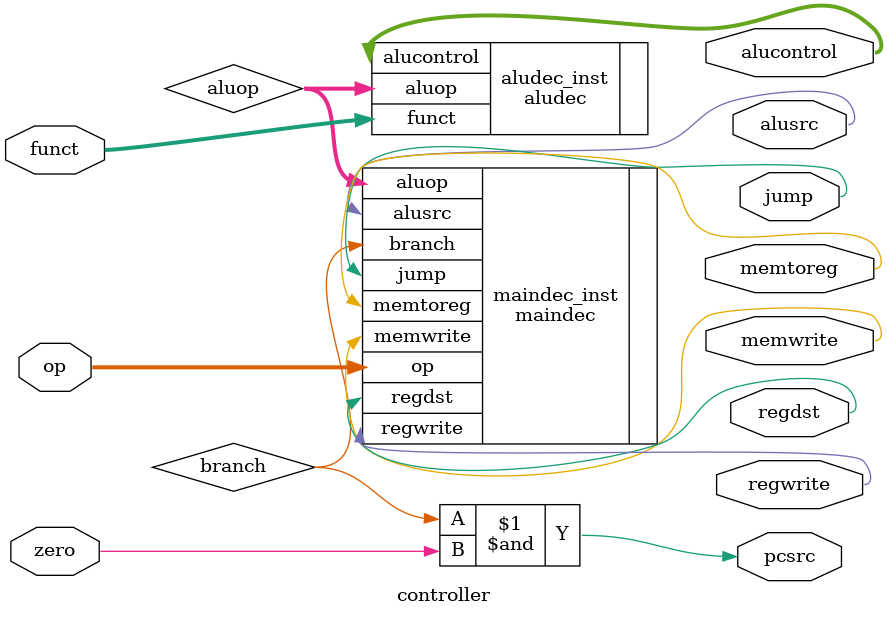
<source format=v>
module controller (
    input  wire [5:0]   op          ,
    input  wire [5:0]   funct       ,
    input  wire         zero        ,

    output wire         memtoreg    ,
    output wire         memwrite    ,
	output wire         pcsrc       ,
    output wire         alusrc      ,
	output wire         regdst      ,
    output wire         regwrite    ,
	output wire         jump        ,
	output wire [2:0]   alucontrol
);

wire[1:0] aluop;
wire branch;

maindec maindec_inst(
    .op          (op      ),

    .memtoreg    (memtoreg),
    .memwrite    (memwrite),
    .branch      (branch  ),
    .alusrc      (alusrc  ),
    .regdst      (regdst  ),
    .regwrite    (regwrite),
    .jump        (jump    ),
    .aluop       (aluop   )
);


aludec aludec_inst(
    .funct      (funct),
    .aluop      (aluop),

    .alucontrol (alucontrol)
    );

assign pcsrc = branch & zero;
endmodule
</source>
